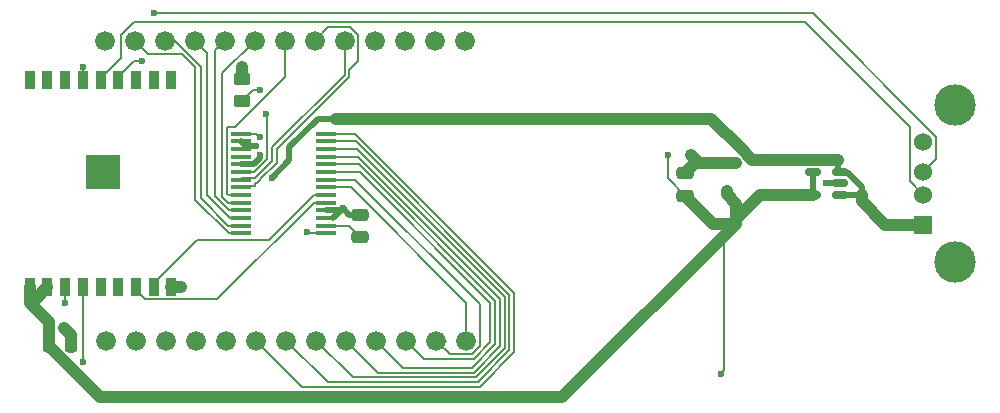
<source format=gtl>
%TF.GenerationSoftware,KiCad,Pcbnew,9.0.4*%
%TF.CreationDate,2025-11-02T13:41:35-05:00*%
%TF.ProjectId,C3I_TETRIS,4333495f-5445-4545-9249-532e6b696361,rev?*%
%TF.SameCoordinates,Original*%
%TF.FileFunction,Copper,L1,Top*%
%TF.FilePolarity,Positive*%
%FSLAX46Y46*%
G04 Gerber Fmt 4.6, Leading zero omitted, Abs format (unit mm)*
G04 Created by KiCad (PCBNEW 9.0.4) date 2025-11-02 13:41:35*
%MOMM*%
%LPD*%
G01*
G04 APERTURE LIST*
G04 Aperture macros list*
%AMRoundRect*
0 Rectangle with rounded corners*
0 $1 Rounding radius*
0 $2 $3 $4 $5 $6 $7 $8 $9 X,Y pos of 4 corners*
0 Add a 4 corners polygon primitive as box body*
4,1,4,$2,$3,$4,$5,$6,$7,$8,$9,$2,$3,0*
0 Add four circle primitives for the rounded corners*
1,1,$1+$1,$2,$3*
1,1,$1+$1,$4,$5*
1,1,$1+$1,$6,$7*
1,1,$1+$1,$8,$9*
0 Add four rect primitives between the rounded corners*
20,1,$1+$1,$2,$3,$4,$5,0*
20,1,$1+$1,$4,$5,$6,$7,0*
20,1,$1+$1,$6,$7,$8,$9,0*
20,1,$1+$1,$8,$9,$2,$3,0*%
G04 Aperture macros list end*
%TA.AperFunction,SMDPad,CuDef*%
%ADD10RoundRect,0.150000X0.512500X0.150000X-0.512500X0.150000X-0.512500X-0.150000X0.512500X-0.150000X0*%
%TD*%
%TA.AperFunction,ComponentPad*%
%ADD11C,1.676400*%
%TD*%
%TA.AperFunction,SMDPad,CuDef*%
%ADD12RoundRect,0.250000X-0.475000X0.250000X-0.475000X-0.250000X0.475000X-0.250000X0.475000X0.250000X0*%
%TD*%
%TA.AperFunction,SMDPad,CuDef*%
%ADD13R,1.750000X0.450000*%
%TD*%
%TA.AperFunction,SMDPad,CuDef*%
%ADD14RoundRect,0.250000X0.250000X0.475000X-0.250000X0.475000X-0.250000X-0.475000X0.250000X-0.475000X0*%
%TD*%
%TA.AperFunction,ComponentPad*%
%ADD15R,1.524000X1.524000*%
%TD*%
%TA.AperFunction,ComponentPad*%
%ADD16C,1.524000*%
%TD*%
%TA.AperFunction,ComponentPad*%
%ADD17C,3.500000*%
%TD*%
%TA.AperFunction,SMDPad,CuDef*%
%ADD18RoundRect,0.250000X-0.450000X0.262500X-0.450000X-0.262500X0.450000X-0.262500X0.450000X0.262500X0*%
%TD*%
%TA.AperFunction,SMDPad,CuDef*%
%ADD19R,0.900000X1.500000*%
%TD*%
%TA.AperFunction,HeatsinkPad*%
%ADD20C,0.600000*%
%TD*%
%TA.AperFunction,HeatsinkPad*%
%ADD21R,2.900000X2.900000*%
%TD*%
%TA.AperFunction,ViaPad*%
%ADD22C,0.600000*%
%TD*%
%TA.AperFunction,Conductor*%
%ADD23C,0.500000*%
%TD*%
%TA.AperFunction,Conductor*%
%ADD24C,1.000000*%
%TD*%
%TA.AperFunction,Conductor*%
%ADD25C,0.200000*%
%TD*%
%TA.AperFunction,Conductor*%
%ADD26C,0.254000*%
%TD*%
G04 APERTURE END LIST*
D10*
%TO.P,U4,1,Vin*%
%TO.N,+5V*%
X187112500Y-95450000D03*
%TO.P,U4,2,GND*%
%TO.N,GND*%
X187112500Y-94500000D03*
%TO.P,U4,3,EN*%
%TO.N,+5V*%
X187112500Y-93550000D03*
%TO.P,U4,4,FB*%
%TO.N,+3.3V*%
X184837500Y-93550000D03*
%TO.P,U4,5,SW*%
X184837500Y-95450000D03*
%TD*%
D11*
%TO.P,JP4,1,1*%
%TO.N,unconnected-(JP4-Pad1)*%
X155380000Y-82400000D03*
%TO.P,JP4,2,2*%
%TO.N,unconnected-(JP4-Pad2)*%
X152840000Y-82400000D03*
%TO.P,JP4,3,3*%
%TO.N,unconnected-(JP4-Pad3)*%
X150300000Y-82400000D03*
%TO.P,JP4,4,4*%
%TO.N,unconnected-(JP4-Pad4)*%
X147760000Y-82400000D03*
%TO.P,JP4,5,5*%
%TO.N,CB1*%
X145220000Y-82400000D03*
%TO.P,JP4,6,6*%
%TO.N,CB2*%
X142680000Y-82400000D03*
%TO.P,JP4,7,7*%
%TO.N,CB3*%
X140140000Y-82400000D03*
%TO.P,JP4,8,8*%
%TO.N,CB4*%
X137600000Y-82400000D03*
%TO.P,JP4,9,9*%
%TO.N,CB5*%
X135060000Y-82400000D03*
%TO.P,JP4,10,10*%
%TO.N,CB6*%
X132520000Y-82400000D03*
%TO.P,JP4,11,11*%
%TO.N,CB7*%
X129980000Y-82400000D03*
%TO.P,JP4,12,12*%
%TO.N,CB8*%
X127440000Y-82400000D03*
%TO.P,JP4,13,13*%
%TO.N,CB9*%
X124900000Y-82400000D03*
%TD*%
D12*
%TO.P,C1,1*%
%TO.N,GND*%
X146550000Y-97150000D03*
%TO.P,C1,2*%
%TO.N,Net-(U2-C_FILT)*%
X146550000Y-99050000D03*
%TD*%
D11*
%TO.P,JP1,1,1*%
%TO.N,CA1*%
X155507000Y-107800000D03*
%TO.P,JP1,2,2*%
%TO.N,CA2*%
X152967000Y-107800000D03*
%TO.P,JP1,3,3*%
%TO.N,CA3*%
X150427000Y-107800000D03*
%TO.P,JP1,4,4*%
%TO.N,CA4*%
X147887000Y-107800000D03*
%TO.P,JP1,5,5*%
%TO.N,CA5*%
X145347000Y-107800000D03*
%TO.P,JP1,6,6*%
%TO.N,CA6*%
X142807000Y-107800000D03*
%TO.P,JP1,7,7*%
%TO.N,CA7*%
X140267000Y-107800000D03*
%TO.P,JP1,8,8*%
%TO.N,CA8*%
X137727000Y-107800000D03*
%TO.P,JP1,9,9*%
%TO.N,CA9*%
X135187000Y-107800000D03*
%TO.P,JP1,10,10*%
%TO.N,unconnected-(JP1-Pad10)*%
X132647000Y-107800000D03*
%TO.P,JP1,11,11*%
%TO.N,unconnected-(JP1-Pad11)*%
X130107000Y-107800000D03*
%TO.P,JP1,12,12*%
%TO.N,unconnected-(JP1-Pad12)*%
X127567000Y-107800000D03*
%TO.P,JP1,13,13*%
%TO.N,unconnected-(JP1-Pad13)*%
X125027000Y-107800000D03*
%TD*%
D13*
%TO.P,U2,1,CA9*%
%TO.N,CA9*%
X136450000Y-90275000D03*
%TO.P,U2,2,VCC*%
%TO.N,+5V*%
X136450000Y-90925000D03*
%TO.P,U2,3,~{SDB}*%
X136450000Y-91575000D03*
%TO.P,U2,4,~{INTB}*%
%TO.N,unconnected-(U2-~{INTB}-Pad4)*%
X136450000Y-92225000D03*
%TO.P,U2,5,GND*%
%TO.N,GND*%
X136450000Y-92875000D03*
%TO.P,U2,6,R_EXT*%
%TO.N,Net-(U2-R_EXT)*%
X136450000Y-93525000D03*
%TO.P,U2,7,CB1*%
%TO.N,CB1*%
X136450000Y-94175000D03*
%TO.P,U2,8,CB2*%
%TO.N,CB2*%
X136450000Y-94825000D03*
%TO.P,U2,9,CB3*%
%TO.N,CB3*%
X136450000Y-95475000D03*
%TO.P,U2,10,CB4*%
%TO.N,CB4*%
X136450000Y-96125000D03*
%TO.P,U2,11,CB5*%
%TO.N,CB5*%
X136450000Y-96775000D03*
%TO.P,U2,12,CB6*%
%TO.N,CB6*%
X136450000Y-97425000D03*
%TO.P,U2,13,CB7*%
%TO.N,CB7*%
X136450000Y-98075000D03*
%TO.P,U2,14,CB8*%
%TO.N,CB8*%
X136450000Y-98725000D03*
%TO.P,U2,15,CB9*%
%TO.N,CB9*%
X143650000Y-98725000D03*
%TO.P,U2,16,C_FILT*%
%TO.N,Net-(U2-C_FILT)*%
X143650000Y-98075000D03*
%TO.P,U2,17,IN*%
%TO.N,GND*%
X143650000Y-97425000D03*
%TO.P,U2,18,AD*%
X143650000Y-96775000D03*
%TO.P,U2,19,SDA*%
%TO.N,SDA*%
X143650000Y-96125000D03*
%TO.P,U2,20,SCL*%
%TO.N,SCL*%
X143650000Y-95475000D03*
%TO.P,U2,21,CA1*%
%TO.N,CA1*%
X143650000Y-94825000D03*
%TO.P,U2,22,CA2*%
%TO.N,CA2*%
X143650000Y-94175000D03*
%TO.P,U2,23,CA3*%
%TO.N,CA3*%
X143650000Y-93525000D03*
%TO.P,U2,24,CA4*%
%TO.N,CA4*%
X143650000Y-92875000D03*
%TO.P,U2,25,CA5*%
%TO.N,CA5*%
X143650000Y-92225000D03*
%TO.P,U2,26,CA6*%
%TO.N,CA6*%
X143650000Y-91575000D03*
%TO.P,U2,27,CA7*%
%TO.N,CA7*%
X143650000Y-90925000D03*
%TO.P,U2,28,CA8*%
%TO.N,CA8*%
X143650000Y-90275000D03*
%TD*%
D14*
%TO.P,C3,1*%
%TO.N,GND*%
X122050000Y-108100000D03*
%TO.P,C3,2*%
%TO.N,+3.3V*%
X120150000Y-108100000D03*
%TD*%
D15*
%TO.P,J1,1,VBUS*%
%TO.N,+5V*%
X194222500Y-98000000D03*
D16*
%TO.P,J1,2,D-*%
%TO.N,D-*%
X194222500Y-95500000D03*
%TO.P,J1,3,D+*%
%TO.N,D+*%
X194222500Y-93500000D03*
%TO.P,J1,4,GND*%
%TO.N,GND*%
X194222500Y-91000000D03*
D17*
%TO.P,J1,5,Shield*%
X196932500Y-101175000D03*
X196932500Y-87825000D03*
%TD*%
D12*
%TO.P,C2,1*%
%TO.N,GND*%
X174050000Y-93650000D03*
%TO.P,C2,2*%
%TO.N,+3.3V*%
X174050000Y-95550000D03*
%TD*%
D18*
%TO.P,R1,1*%
%TO.N,GND*%
X136550000Y-85687500D03*
%TO.P,R1,2*%
%TO.N,Net-(U2-R_EXT)*%
X136550000Y-87512500D03*
%TD*%
D19*
%TO.P,U1,1,3V3*%
%TO.N,+3.3V*%
X118550000Y-103250000D03*
%TO.P,U1,2,EN*%
X120050000Y-103250000D03*
%TO.P,U1,3,IO4*%
%TO.N,BTN2*%
X121550000Y-103250000D03*
%TO.P,U1,4,IO5*%
%TO.N,BTN3*%
X123050000Y-103250000D03*
%TO.P,U1,5,IO6*%
%TO.N,unconnected-(U1-IO6-Pad5)*%
X124550000Y-103250000D03*
%TO.P,U1,6,IO7*%
%TO.N,unconnected-(U1-IO7-Pad6)*%
X126050000Y-103250000D03*
%TO.P,U1,7,IO8*%
%TO.N,SDA*%
X127550000Y-103250000D03*
%TO.P,U1,8,IO9*%
%TO.N,SCL*%
X129050000Y-103250000D03*
%TO.P,U1,9,GND*%
%TO.N,GND*%
X130550000Y-103250000D03*
%TO.P,U1,10,IO10*%
%TO.N,unconnected-(U1-IO10-Pad10)*%
X130550000Y-85750000D03*
%TO.P,U1,11,IO20/RXD*%
%TO.N,unconnected-(U1-IO20{slash}RXD-Pad11)*%
X129050000Y-85750000D03*
%TO.P,U1,12,IO21/TXD*%
%TO.N,unconnected-(U1-IO21{slash}TXD-Pad12)*%
X127550000Y-85750000D03*
%TO.P,U1,13,IO18*%
%TO.N,D+*%
X126050000Y-85750000D03*
%TO.P,U1,14,IO19*%
%TO.N,D-*%
X124550000Y-85750000D03*
%TO.P,U1,15,IO3*%
%TO.N,BTN1*%
X123050000Y-85750000D03*
%TO.P,U1,16,IO2*%
%TO.N,unconnected-(U1-IO2-Pad16)*%
X121550000Y-85750000D03*
%TO.P,U1,17,IO1*%
%TO.N,unconnected-(U1-IO1-Pad17)*%
X120050000Y-85750000D03*
%TO.P,U1,18,IO0*%
%TO.N,unconnected-(U1-IO0-Pad18)*%
X118550000Y-85750000D03*
D20*
%TO.P,U1,19,GND*%
%TO.N,GND*%
X124200000Y-94640000D03*
X125300000Y-94640000D03*
X123650000Y-94090000D03*
X124750000Y-94090000D03*
X125850000Y-94090000D03*
X124200000Y-93540000D03*
D21*
X124750000Y-93540000D03*
D20*
X125300000Y-93540000D03*
X123650000Y-92990000D03*
X124750000Y-92990000D03*
X125850000Y-92990000D03*
X124200000Y-92440000D03*
X125300000Y-92440000D03*
%TD*%
D22*
%TO.N,GND*%
X186000000Y-94500000D03*
%TO.N,CA9*%
X138050000Y-90600000D03*
%TO.N,CB9*%
X142050000Y-98600000D03*
%TO.N,GND*%
X145050000Y-96600000D03*
X136550000Y-84600000D03*
X131550000Y-103100000D03*
X174550000Y-92100000D03*
X121454174Y-106695826D03*
X138050000Y-92100000D03*
%TO.N,D+*%
X128050000Y-84100000D03*
X129050000Y-80100000D03*
%TO.N,+5V*%
X137742628Y-91357938D03*
X139023153Y-94023153D03*
%TO.N,Net-(U2-R_EXT)*%
X138050000Y-86600000D03*
X138550000Y-88600000D03*
%TO.N,BTN1*%
X123050000Y-84600000D03*
%TO.N,BTN2*%
X121550000Y-104600000D03*
%TO.N,BTN3*%
X123050000Y-109600000D03*
%TO.N,+3.3V*%
X177050000Y-110600000D03*
X177550000Y-95100000D03*
X172550000Y-92100000D03*
%TD*%
D23*
%TO.N,+3.3V*%
X184837500Y-93550000D02*
X184837500Y-95450000D01*
D24*
X180375000Y-95450000D02*
X178325000Y-97500000D01*
X184837500Y-95450000D02*
X180375000Y-95450000D01*
X178325000Y-97500000D02*
X178325000Y-96200000D01*
D23*
%TO.N,+5V*%
X187000000Y-92500000D02*
X187000000Y-93495800D01*
D24*
X179725000Y-92500000D02*
X187000000Y-92500000D01*
X178823796Y-91595800D02*
X179529200Y-92301204D01*
X178820800Y-91595800D02*
X178823796Y-91595800D01*
X176225000Y-89000000D02*
X178820800Y-91595800D01*
X144500000Y-89000000D02*
X176225000Y-89000000D01*
X179529200Y-92301204D02*
X179529200Y-92304200D01*
X179529200Y-92304200D02*
X179725000Y-92500000D01*
D23*
%TO.N,GND*%
X187112500Y-94500000D02*
X186000000Y-94500000D01*
%TO.N,+5V*%
X188995800Y-94770801D02*
X188995800Y-95504200D01*
X187774999Y-93550000D02*
X188995800Y-94770801D01*
X187112500Y-93550000D02*
X187774999Y-93550000D01*
X188995800Y-95504200D02*
X187112500Y-95504200D01*
D24*
X189000000Y-95500000D02*
X188995800Y-95504200D01*
X189000000Y-96000000D02*
X189000000Y-95500000D01*
X191000000Y-98000000D02*
X189000000Y-96000000D01*
X194222500Y-98000000D02*
X191000000Y-98000000D01*
D25*
%TO.N,CA1*%
X145740684Y-94825000D02*
X155507000Y-104591316D01*
X143650000Y-94825000D02*
X145740684Y-94825000D01*
X155507000Y-104591316D02*
X155507000Y-107800000D01*
%TO.N,CA2*%
X143650000Y-94175000D02*
X146125000Y-94175000D01*
X156649400Y-104699400D02*
X156649400Y-108273198D01*
X146125000Y-94175000D02*
X156649400Y-104699400D01*
X155980198Y-108942400D02*
X154109400Y-108942400D01*
X156649400Y-108273198D02*
X155980198Y-108942400D01*
D26*
X153729000Y-107800000D02*
X152967000Y-107800000D01*
D25*
X154109400Y-108942400D02*
X152967000Y-107800000D01*
%TO.N,CA3*%
X143650000Y-93525000D02*
X146475000Y-93525000D01*
X151973600Y-109346600D02*
X150427000Y-107800000D01*
X157550000Y-104600000D02*
X157550000Y-107944223D01*
X146475000Y-93525000D02*
X157550000Y-104600000D01*
X157550000Y-107944223D02*
X156147623Y-109346600D01*
X156147623Y-109346600D02*
X151973600Y-109346600D01*
%TO.N,CA4*%
X157954200Y-108111649D02*
X155965849Y-110100000D01*
X146396625Y-92875000D02*
X157954200Y-104432575D01*
X143650000Y-92875000D02*
X146396625Y-92875000D01*
X150187000Y-110100000D02*
X147887000Y-107800000D01*
X155965849Y-110100000D02*
X150187000Y-110100000D01*
X157954200Y-104432575D02*
X157954200Y-108111649D01*
%TO.N,CA5*%
X158358400Y-104265150D02*
X158358400Y-108279075D01*
X158358400Y-108279075D02*
X156133274Y-110504200D01*
X146318250Y-92225000D02*
X158358400Y-104265150D01*
X156133274Y-110504200D02*
X148051200Y-110504200D01*
X148051200Y-110504200D02*
X145347000Y-107800000D01*
X143650000Y-92225000D02*
X146318250Y-92225000D01*
%TO.N,CA6*%
X158762600Y-108100000D02*
X158762599Y-108446501D01*
X143650000Y-91575000D02*
X146239875Y-91575000D01*
X146239875Y-91575000D02*
X158762600Y-104097725D01*
X158762600Y-104097725D02*
X158762600Y-108100000D01*
X145915400Y-110908400D02*
X142807000Y-107800000D01*
X158762599Y-108446501D02*
X156300699Y-110908400D01*
X156300699Y-110908400D02*
X145915400Y-110908400D01*
%TO.N,CA7*%
X143779600Y-111312600D02*
X140267000Y-107800000D01*
X159166800Y-103930300D02*
X159166799Y-108613927D01*
X156468124Y-111312600D02*
X143779600Y-111312600D01*
X143650000Y-90925000D02*
X146161500Y-90925000D01*
X159166799Y-108613927D02*
X156468124Y-111312600D01*
X146161500Y-90925000D02*
X159166800Y-103930300D01*
%TO.N,CA8*%
X141643800Y-111716800D02*
X137727000Y-107800000D01*
X159570999Y-108100000D02*
X159570998Y-108781353D01*
X159570998Y-108781353D02*
X156635549Y-111716800D01*
X146083125Y-90275000D02*
X159571000Y-103762875D01*
X156635549Y-111716800D02*
X141643800Y-111716800D01*
X159571000Y-103762875D02*
X159570999Y-108100000D01*
X143650000Y-90275000D02*
X146083125Y-90275000D01*
%TO.N,CA9*%
X136450000Y-90275000D02*
X137725000Y-90275000D01*
X137725000Y-90275000D02*
X138050000Y-90600000D01*
%TO.N,CB2*%
X136450000Y-94704200D02*
X137629200Y-94704200D01*
X145624200Y-85447425D02*
X145624200Y-84875800D01*
X143822400Y-81257600D02*
X142680000Y-82400000D01*
X137796625Y-94458400D02*
X138033400Y-94221625D01*
X145624200Y-84875800D02*
X146362400Y-84137600D01*
X137629200Y-94704200D02*
X137629200Y-94458400D01*
X136450000Y-94825000D02*
X136450000Y-94704200D01*
X146362400Y-84137600D02*
X146362400Y-81926802D01*
X138033400Y-94159851D02*
X139462600Y-92730650D01*
X145693198Y-81257600D02*
X143822400Y-81257600D01*
X137629200Y-94458400D02*
X137796625Y-94458400D01*
X138033400Y-94221625D02*
X138033400Y-94159851D01*
X139462600Y-91609026D02*
X145624200Y-85447425D01*
X146362400Y-81926802D02*
X145693198Y-81257600D01*
X139462600Y-92730650D02*
X139462600Y-91609026D01*
%TO.N,CB3*%
X135270800Y-89745800D02*
X135904200Y-89745800D01*
X140140000Y-85510000D02*
X140140000Y-82400000D01*
X135904200Y-89745800D02*
X140140000Y-85510000D01*
X136450000Y-95475000D02*
X135391600Y-95475000D01*
X135391600Y-95475000D02*
X135270800Y-95354200D01*
X135270800Y-95354200D02*
X135270800Y-89745800D01*
%TO.N,CB4*%
X136450000Y-96125000D02*
X135375000Y-96125000D01*
X135375000Y-96125000D02*
X134866600Y-95616600D01*
X134866600Y-85133400D02*
X137600000Y-82400000D01*
X134866600Y-95616600D02*
X134866600Y-85133400D01*
%TO.N,CB5*%
X134221801Y-83238199D02*
X135060000Y-82400000D01*
X136450000Y-96775000D02*
X135453375Y-96775000D01*
X135453375Y-96775000D02*
X134221801Y-95543426D01*
X134221801Y-95543426D02*
X134221801Y-83238199D01*
%TO.N,CB6*%
X133550000Y-95443250D02*
X133550000Y-83430000D01*
X133550000Y-83430000D02*
X132520000Y-82400000D01*
X135531750Y-97425000D02*
X133550000Y-95443250D01*
X136450000Y-97425000D02*
X135531750Y-97425000D01*
%TO.N,CB7*%
X133050000Y-95750000D02*
X133050000Y-84600000D01*
X135375000Y-98075000D02*
X133050000Y-95750000D01*
X136450000Y-98075000D02*
X135375000Y-98075000D01*
X133050000Y-84600000D02*
X130850000Y-82400000D01*
X130850000Y-82400000D02*
X129980000Y-82400000D01*
%TO.N,CB8*%
X131420774Y-83542400D02*
X128582400Y-83542400D01*
X132550000Y-95883400D02*
X132550000Y-84671626D01*
X128582400Y-83542400D02*
X127440000Y-82400000D01*
X132550000Y-84671626D02*
X131420774Y-83542400D01*
X136450000Y-98725000D02*
X135391600Y-98725000D01*
X135391600Y-98725000D02*
X132550000Y-95883400D01*
%TO.N,CB9*%
X142175000Y-98725000D02*
X142050000Y-98600000D01*
X143650000Y-98725000D02*
X142175000Y-98725000D01*
%TO.N,CB1*%
X139058400Y-92563225D02*
X139058400Y-91441600D01*
X137692426Y-93929200D02*
X139058400Y-92563225D01*
X145220000Y-85280000D02*
X145220000Y-82400000D01*
X136450000Y-94175000D02*
X136450000Y-94054200D01*
X137629200Y-93929200D02*
X137692426Y-93929200D01*
X139058400Y-91441600D02*
X145220000Y-85280000D01*
X137629200Y-94054200D02*
X137629200Y-93929200D01*
X136450000Y-94054200D02*
X137629200Y-94054200D01*
%TO.N,Net-(U2-C_FILT)*%
X145575000Y-98075000D02*
X146550000Y-99050000D01*
X143650000Y-98075000D02*
X145575000Y-98075000D01*
D24*
%TO.N,GND*%
X122050000Y-107291652D02*
X122050000Y-108100000D01*
D25*
X143650000Y-97425000D02*
X144225000Y-97425000D01*
D24*
X130550000Y-103250000D02*
X131400000Y-103250000D01*
D25*
X138050000Y-92350000D02*
X138050000Y-92100000D01*
D24*
X174900000Y-92800000D02*
X174050000Y-93650000D01*
D25*
X144875000Y-96775000D02*
X145050000Y-96600000D01*
D24*
X178325000Y-92800000D02*
X175250000Y-92800000D01*
D23*
X144225000Y-97425000D02*
X145050000Y-96600000D01*
D24*
X175250000Y-92800000D02*
X174550000Y-92100000D01*
X121454174Y-106695826D02*
X122050000Y-107291652D01*
D25*
X178325000Y-92800000D02*
X174900000Y-92800000D01*
D23*
X136450000Y-92875000D02*
X137525000Y-92875000D01*
D25*
X131400000Y-103250000D02*
X131550000Y-103100000D01*
D23*
X137525000Y-92875000D02*
X138050000Y-92350000D01*
D24*
X136550000Y-85687500D02*
X136550000Y-84600000D01*
D23*
X146550000Y-97150000D02*
X145600000Y-97150000D01*
X143650000Y-96775000D02*
X144875000Y-96775000D01*
X145600000Y-97150000D02*
X145050000Y-96600000D01*
D25*
%TO.N,D+*%
X127400000Y-84100000D02*
X126050000Y-85450000D01*
X184830335Y-80100000D02*
X195288700Y-90558365D01*
X126050000Y-85450000D02*
X126050000Y-85750000D01*
X129050000Y-80100000D02*
X184830335Y-80100000D01*
X195288700Y-90558365D02*
X195288700Y-92433800D01*
X128050000Y-84100000D02*
X127400000Y-84100000D01*
X195288700Y-92433800D02*
X194222500Y-93500000D01*
D23*
%TO.N,+5V*%
X144500000Y-89000000D02*
X142916600Y-89000000D01*
X140500000Y-91416600D02*
X140500000Y-92546306D01*
X142916600Y-89000000D02*
X140500000Y-91416600D01*
X136882938Y-91357938D02*
X136450000Y-90925000D01*
X137742628Y-91357938D02*
X136882938Y-91357938D01*
X140500000Y-92546306D02*
X139023153Y-94023153D01*
D25*
X139000000Y-94000000D02*
X139023153Y-94023153D01*
%TO.N,D-*%
X184219084Y-80853400D02*
X127371002Y-80853400D01*
X126297600Y-83852400D02*
X124550000Y-85600000D01*
X193050000Y-89684316D02*
X184219084Y-80853400D01*
X193050000Y-94327500D02*
X193050000Y-89684316D01*
X124550000Y-85600000D02*
X124550000Y-85750000D01*
X126297600Y-81926802D02*
X126297600Y-83852400D01*
X194222500Y-95500000D02*
X193050000Y-94327500D01*
X127371002Y-80853400D02*
X126297600Y-81926802D01*
%TO.N,Net-(U2-R_EXT)*%
X137462500Y-86600000D02*
X136550000Y-87512500D01*
X138654200Y-88704200D02*
X138550000Y-88600000D01*
X136450000Y-93525000D02*
X137525000Y-93525000D01*
X138050000Y-86600000D02*
X137462500Y-86600000D01*
X138654200Y-92395800D02*
X138654200Y-88704200D01*
X137525000Y-93525000D02*
X138654200Y-92395800D01*
%TO.N,SDA*%
X128304200Y-104304200D02*
X134412400Y-104304200D01*
X142591600Y-96125000D02*
X143650000Y-96125000D01*
X127550000Y-103550000D02*
X128304200Y-104304200D01*
X127550000Y-103250000D02*
X127550000Y-103550000D01*
X134412400Y-104304200D02*
X142591600Y-96125000D01*
%TO.N,SCL*%
X129050000Y-102950000D02*
X132745800Y-99254200D01*
X138812400Y-99254200D02*
X142591600Y-95475000D01*
X142591600Y-95475000D02*
X143650000Y-95475000D01*
X129050000Y-103250000D02*
X129050000Y-102950000D01*
X132745800Y-99254200D02*
X138812400Y-99254200D01*
%TO.N,BTN1*%
X123050000Y-85750000D02*
X123050000Y-84600000D01*
%TO.N,BTN2*%
X121550000Y-103250000D02*
X121550000Y-104600000D01*
%TO.N,BTN3*%
X123050000Y-103250000D02*
X123050000Y-109600000D01*
D24*
%TO.N,+3.3V*%
X120050000Y-103250000D02*
X119050000Y-104250000D01*
X118550000Y-104600000D02*
X118550000Y-103250000D01*
X120150000Y-106200000D02*
X119050000Y-105100000D01*
X120150000Y-108281370D02*
X120150000Y-108100000D01*
X177550000Y-95100000D02*
X177550000Y-95425000D01*
D25*
X120150001Y-108100000D02*
X120150000Y-108100000D01*
X172550000Y-94050000D02*
X174050000Y-95550000D01*
D24*
X178325000Y-97900000D02*
X178325000Y-97500000D01*
X178325000Y-97900000D02*
X163625000Y-112600000D01*
D25*
X119050000Y-104250000D02*
X119050000Y-105100000D01*
D24*
X177550000Y-95425000D02*
X178325000Y-96200000D01*
X120150000Y-108100000D02*
X120150000Y-106200000D01*
X163625000Y-112600000D02*
X124468630Y-112600000D01*
X119050000Y-105100000D02*
X118550000Y-104600000D01*
D25*
X177050000Y-110600000D02*
X177337500Y-110312500D01*
X177337500Y-98887500D02*
X178325000Y-97900000D01*
D24*
X124468630Y-112600000D02*
X120150000Y-108281370D01*
X176400000Y-97900000D02*
X174050000Y-95550000D01*
D25*
X177337500Y-110312500D02*
X177337500Y-98887500D01*
D24*
X178325000Y-97900000D02*
X176400000Y-97900000D01*
D25*
X172550000Y-92100000D02*
X172550000Y-94050000D01*
%TD*%
M02*

</source>
